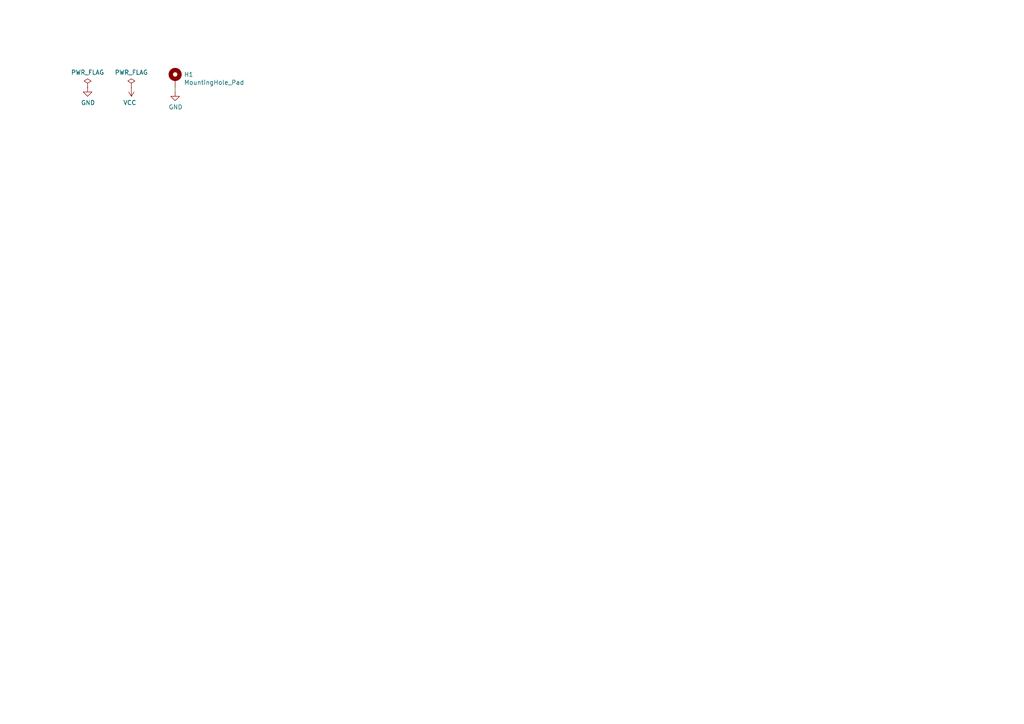
<source format=kicad_sch>
(kicad_sch (version 20230121) (generator eeschema)
  (paper "A4")
  (title_block (title "REVIUNG41 PCB TOP PLATE") (date "2020-04-01") (rev "1.3"))
  (lib_symbols
    (symbol "Mechanical:MountingHole_Pad" (pin_numbers hide) (pin_names (offset 1.016) hide)
      (property "Reference" "H" (at 0 6.35 0))
      (property "Value" "MountingHole_Pad" (at 0 4.445 0))
      (symbol "MountingHole_Pad_0_1"
        (circle (center 0 1.27) (radius 1.27) (stroke (width 1.27)))
      )
      (symbol "MountingHole_Pad_1_1"
        (pin input line (at 0 -2.54 90) (length 2.54) (name "1") (number "1"))
      )
    )
    (symbol "power:GND" (power) (pin_names (offset 0))
      (property "Value" "GND" (at 0 -3.81 0))
      (symbol "GND_0_1"
        (polyline (pts (xy 0 0) (xy 0 -1.27) (xy 1.27 -1.27) (xy 0 -2.54) (xy -1.27 -1.27) (xy 0 -1.27)))
      )
      (symbol "GND_1_1"
        (pin power_in line (at 0 0 270) (length 0) hide (name "GND") (number "1"))
      )
    )
    (symbol "power:PWR_FLAG" (power) (pin_numbers hide) (pin_names (offset 0) hide)
      (property "Value" "PWR_FLAG" (at 0 3.81 0))
      (symbol "PWR_FLAG_0_0"
        (pin power_out line (at 0 0 90) (length 0) (name "pwr") (number "1"))
      )
      (symbol "PWR_FLAG_0_1"
        (polyline (pts (xy 0 0) (xy 0 1.27) (xy -1.016 1.905) (xy 0 2.54) (xy 1.016 1.905) (xy 0 1.27)))
      )
    )
    (symbol "power:VCC" (power) (pin_names (offset 0))
      (property "Value" "VCC" (at 0 3.81 0))
      (symbol "VCC_0_1"
        (polyline (pts (xy -0.762 1.27) (xy 0 2.54)))
        (polyline (pts (xy 0 0) (xy 0 2.54)))
        (polyline (pts (xy 0 2.54) (xy 0.762 1.27)))
      )
      (symbol "VCC_1_1"
        (pin power_in line (at 0 0 90) (length 0) hide (name "VCC") (number "1"))
      )
    )
  )
  (wire (pts (xy 50.8 25.4) (xy 50.8 26.67)))
  (symbol (lib_id "power:PWR_FLAG") (at 25.4 25.4 0) (unit 1)
    (property "Reference" "#FLG01" (effects hide))
    (property "Value" "PWR_FLAG" (at 25.4 21.0058 0))
  )
  (symbol (lib_id "power:GND") (at 25.4 25.4 0) (unit 1)
    (property "Reference" "#PWR01" (effects hide))
    (property "Value" "GND" (at 25.527 29.7942 0))
  )
  (symbol (lib_id "power:PWR_FLAG") (at 38.1 25.4 0) (unit 1)
    (property "Reference" "#FLG02" (effects hide))
    (property "Value" "PWR_FLAG" (at 38.1 21.0058 0))
  )
  (symbol (lib_id "power:VCC") (at 38.1 25.4 180) (unit 1)
    (property "Reference" "#PWR02" (effects hide))
    (property "Value" "VCC" (at 37.6428 29.7942 0))
  )
  (symbol (lib_id "Mechanical:MountingHole_Pad") (at 50.8 22.86 0) (unit 1)
    (property "Reference" "H1" (at 53.34 21.6154 0) (effects (justify left)))
    (property "Value" "MountingHole_Pad" (at 53.34 23.9268 0) (effects (justify left)))
    (property "Footprint" "MountingHole:MountingHole_2.2mm_M2_Pad" (effects hide))
  )
  (symbol (lib_id "power:GND") (at 50.8 26.67 0) (unit 1)
    (property "Reference" "#PWR03" (effects hide))
    (property "Value" "GND" (at 50.927 31.0642 0))
  )
)
</source>
